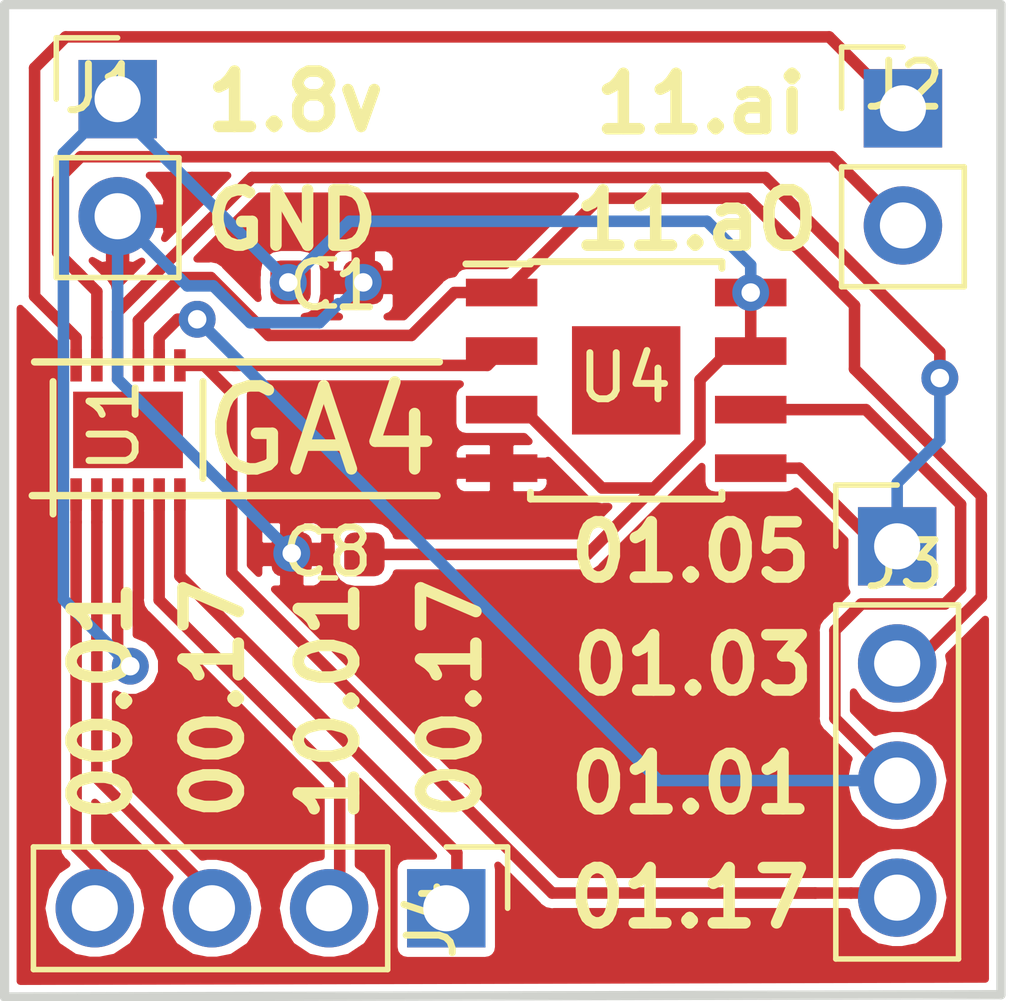
<source format=kicad_pcb>
(kicad_pcb (version 20171130) (host pcbnew 5.0.1-33cea8e~68~ubuntu14.04.1)

  (general
    (thickness 1.6)
    (drawings 19)
    (tracks 122)
    (zones 0)
    (modules 8)
    (nets 13)
  )

  (page A4)
  (layers
    (0 F.Cu signal)
    (31 B.Cu signal)
    (32 B.Adhes user)
    (33 F.Adhes user)
    (34 B.Paste user)
    (35 F.Paste user)
    (36 B.SilkS user)
    (37 F.SilkS user)
    (38 B.Mask user)
    (39 F.Mask user)
    (40 Dwgs.User user)
    (41 Cmts.User user)
    (42 Eco1.User user)
    (43 Eco2.User user)
    (44 Edge.Cuts user)
    (45 Margin user)
    (46 B.CrtYd user)
    (47 F.CrtYd user)
    (48 B.Fab user)
    (49 F.Fab user)
  )

  (setup
    (last_trace_width 0.25)
    (user_trace_width 0.16)
    (user_trace_width 0.2)
    (user_trace_width 0.5)
    (trace_clearance 0.2)
    (zone_clearance 0.16)
    (zone_45_only no)
    (trace_min 0.16)
    (segment_width 0.16)
    (edge_width 0.15)
    (via_size 0.8)
    (via_drill 0.4)
    (via_min_size 0.3)
    (via_min_drill 0.3)
    (uvia_size 0.3)
    (uvia_drill 0.1)
    (uvias_allowed no)
    (uvia_min_size 0.2)
    (uvia_min_drill 0.1)
    (pcb_text_width 0.3)
    (pcb_text_size 1.5 1.5)
    (mod_edge_width 0.15)
    (mod_text_size 1 1)
    (mod_text_width 0.15)
    (pad_size 1.524 1.524)
    (pad_drill 0.762)
    (pad_to_mask_clearance 0.051)
    (solder_mask_min_width 0.25)
    (aux_axis_origin 0 0)
    (visible_elements FFFFFF7F)
    (pcbplotparams
      (layerselection 0x010fc_ffffffff)
      (usegerberextensions true)
      (usegerberattributes false)
      (usegerberadvancedattributes false)
      (creategerberjobfile false)
      (excludeedgelayer true)
      (linewidth 0.100000)
      (plotframeref false)
      (viasonmask false)
      (mode 1)
      (useauxorigin false)
      (hpglpennumber 1)
      (hpglpenspeed 20)
      (hpglpendiameter 15.000000)
      (psnegative false)
      (psa4output false)
      (plotreference true)
      (plotvalue true)
      (plotinvisibletext false)
      (padsonsilk false)
      (subtractmaskfromsilk false)
      (outputformat 1)
      (mirror false)
      (drillshape 0)
      (scaleselection 1)
      (outputdirectory ""))
  )

  (net 0 "")
  (net 1 GND)
  (net 2 RESET)
  (net 3 11.ai)
  (net 4 11.aO)
  (net 5 01.05)
  (net 6 01.03)
  (net 7 01.01)
  (net 8 01.17)
  (net 9 10.17)
  (net 10 10.01)
  (net 11 00.17)
  (net 12 00.01)

  (net_class Default "This is the default net class."
    (clearance 0.2)
    (trace_width 0.25)
    (via_dia 0.8)
    (via_drill 0.4)
    (uvia_dia 0.3)
    (uvia_drill 0.1)
    (add_net 00.01)
    (add_net 00.17)
    (add_net 01.01)
    (add_net 01.03)
    (add_net 01.05)
    (add_net 01.17)
    (add_net 10.01)
    (add_net 10.17)
    (add_net 11.aO)
    (add_net 11.ai)
    (add_net GND)
    (add_net RESET)
  )

  (module Package_SO:SOIC-8-1EP_3.9x4.9mm_P1.27mm_EP2.35x2.35mm (layer F.Cu) (tedit 5A65EC84) (tstamp 5C9B1C3C)
    (at 146.875 99.6)
    (descr "8-Lead Thermally Enhanced Plastic Small Outline (SE) - Narrow, 3.90 mm Body [SOIC] (see Microchip Packaging Specification 00000049BS.pdf)")
    (tags "SOIC 1.27")
    (path /5C81142F)
    (attr smd)
    (fp_text reference U4 (at -0.025 -0.055) (layer F.SilkS)
      (effects (font (size 1 1) (thickness 0.15)))
    )
    (fp_text value SST25WF080B (at 1.825 0.85) (layer F.Fab)
      (effects (font (size 1 1) (thickness 0.15)))
    )
    (fp_text user %R (at 0 0) (layer F.Fab)
      (effects (font (size 0.9 0.9) (thickness 0.135)))
    )
    (fp_line (start -0.95 -2.45) (end 1.95 -2.45) (layer F.Fab) (width 0.15))
    (fp_line (start 1.95 -2.45) (end 1.95 2.45) (layer F.Fab) (width 0.15))
    (fp_line (start 1.95 2.45) (end -1.95 2.45) (layer F.Fab) (width 0.15))
    (fp_line (start -1.95 2.45) (end -1.95 -1.45) (layer F.Fab) (width 0.15))
    (fp_line (start -1.95 -1.45) (end -0.95 -2.45) (layer F.Fab) (width 0.15))
    (fp_line (start -3.75 -2.75) (end -3.75 2.75) (layer F.CrtYd) (width 0.05))
    (fp_line (start 3.75 -2.75) (end 3.75 2.75) (layer F.CrtYd) (width 0.05))
    (fp_line (start -3.75 -2.75) (end 3.75 -2.75) (layer F.CrtYd) (width 0.05))
    (fp_line (start -3.75 2.75) (end 3.75 2.75) (layer F.CrtYd) (width 0.05))
    (fp_line (start -2.075 -2.575) (end -2.075 -2.525) (layer F.SilkS) (width 0.15))
    (fp_line (start 2.075 -2.575) (end 2.075 -2.43) (layer F.SilkS) (width 0.15))
    (fp_line (start 2.075 2.575) (end 2.075 2.43) (layer F.SilkS) (width 0.15))
    (fp_line (start -2.075 2.575) (end -2.075 2.43) (layer F.SilkS) (width 0.15))
    (fp_line (start -2.075 -2.575) (end 2.075 -2.575) (layer F.SilkS) (width 0.15))
    (fp_line (start -2.075 2.575) (end 2.075 2.575) (layer F.SilkS) (width 0.15))
    (fp_line (start -2.075 -2.525) (end -3.475 -2.525) (layer F.SilkS) (width 0.15))
    (pad 1 smd rect (at -2.7 -1.905) (size 1.55 0.6) (layers F.Cu F.Paste F.Mask)
      (net 6 01.03))
    (pad 2 smd rect (at -2.7 -0.635) (size 1.55 0.6) (layers F.Cu F.Paste F.Mask)
      (net 8 01.17))
    (pad 3 smd rect (at -2.7 0.635) (size 1.55 0.6) (layers F.Cu F.Paste F.Mask)
      (net 2 RESET))
    (pad 4 smd rect (at -2.7 1.905) (size 1.55 0.6) (layers F.Cu F.Paste F.Mask)
      (net 1 GND))
    (pad 5 smd rect (at 2.7 1.905) (size 1.55 0.6) (layers F.Cu F.Paste F.Mask)
      (net 5 01.05))
    (pad 6 smd rect (at 2.7 0.635) (size 1.55 0.6) (layers F.Cu F.Paste F.Mask)
      (net 7 01.01))
    (pad 7 smd rect (at 2.7 -0.635) (size 1.55 0.6) (layers F.Cu F.Paste F.Mask)
      (net 2 RESET))
    (pad 8 smd rect (at 2.7 -1.905) (size 1.55 0.6) (layers F.Cu F.Paste F.Mask)
      (net 2 RESET))
    (pad "" smd rect (at 0.5875 0.5875) (size 0.95 0.95) (layers F.Paste))
    (pad 9 smd rect (at 0 0) (size 2.35 2.35) (layers F.Cu F.Mask))
    (pad "" smd rect (at -0.5875 0.5875) (size 0.95 0.95) (layers F.Paste))
    (pad "" smd rect (at -0.5875 -0.5875) (size 0.95 0.95) (layers F.Paste))
    (pad "" smd rect (at 0.5875 -0.5875) (size 0.95 0.95) (layers F.Paste))
    (model ${KISYS3DMOD}/Package_SO.3dshapes/SOIC-8-1EP_3.9x4.9mm_P1.27mm_EP2.35x2.35mm.wrl
      (at (xyz 0 0 0))
      (scale (xyz 1 1 1))
      (rotate (xyz 0 0 0))
    )
  )

  (module Capacitor_SMD:C_0603_1608Metric (layer F.Cu) (tedit 5B301BBE) (tstamp 5C9B1B8C)
    (at 140.3875 97.475)
    (descr "Capacitor SMD 0603 (1608 Metric), square (rectangular) end terminal, IPC_7351 nominal, (Body size source: http://www.tortai-tech.com/upload/download/2011102023233369053.pdf), generated with kicad-footprint-generator")
    (tags capacitor)
    (path /5C1B4163)
    (attr smd)
    (fp_text reference C1 (at 0.1375 0.075) (layer F.SilkS)
      (effects (font (size 1 1) (thickness 0.15)))
    )
    (fp_text value 0.1mF (at 0.2125 -0.1) (layer F.Fab)
      (effects (font (size 1 1) (thickness 0.15)))
    )
    (fp_text user %R (at 0 0) (layer F.Fab)
      (effects (font (size 0.4 0.4) (thickness 0.06)))
    )
    (fp_line (start 1.48 0.73) (end -1.48 0.73) (layer F.CrtYd) (width 0.05))
    (fp_line (start 1.48 -0.73) (end 1.48 0.73) (layer F.CrtYd) (width 0.05))
    (fp_line (start -1.48 -0.73) (end 1.48 -0.73) (layer F.CrtYd) (width 0.05))
    (fp_line (start -1.48 0.73) (end -1.48 -0.73) (layer F.CrtYd) (width 0.05))
    (fp_line (start -0.162779 0.51) (end 0.162779 0.51) (layer F.SilkS) (width 0.12))
    (fp_line (start -0.162779 -0.51) (end 0.162779 -0.51) (layer F.SilkS) (width 0.12))
    (fp_line (start 0.8 0.4) (end -0.8 0.4) (layer F.Fab) (width 0.1))
    (fp_line (start 0.8 -0.4) (end 0.8 0.4) (layer F.Fab) (width 0.1))
    (fp_line (start -0.8 -0.4) (end 0.8 -0.4) (layer F.Fab) (width 0.1))
    (fp_line (start -0.8 0.4) (end -0.8 -0.4) (layer F.Fab) (width 0.1))
    (pad 2 smd roundrect (at 0.7875 0) (size 0.875 0.95) (layers F.Cu F.Paste F.Mask) (roundrect_rratio 0.25)
      (net 1 GND))
    (pad 1 smd roundrect (at -0.7875 0) (size 0.875 0.95) (layers F.Cu F.Paste F.Mask) (roundrect_rratio 0.25)
      (net 2 RESET))
    (model ${KISYS3DMOD}/Capacitor_SMD.3dshapes/C_0603_1608Metric.wrl
      (at (xyz 0 0 0))
      (scale (xyz 1 1 1))
      (rotate (xyz 0 0 0))
    )
  )

  (module Capacitor_SMD:C_0603_1608Metric (layer F.Cu) (tedit 5B301BBE) (tstamp 5C9B1B9D)
    (at 140.4125 103.375)
    (descr "Capacitor SMD 0603 (1608 Metric), square (rectangular) end terminal, IPC_7351 nominal, (Body size source: http://www.tortai-tech.com/upload/download/2011102023233369053.pdf), generated with kicad-footprint-generator")
    (tags capacitor)
    (path /5C8430C2)
    (attr smd)
    (fp_text reference C8 (at -0.025 -0.05) (layer F.SilkS)
      (effects (font (size 1 1) (thickness 0.15)))
    )
    (fp_text value 0.1mf (at 0.15 -0.125) (layer F.Fab)
      (effects (font (size 1 1) (thickness 0.15)))
    )
    (fp_line (start -0.8 0.4) (end -0.8 -0.4) (layer F.Fab) (width 0.1))
    (fp_line (start -0.8 -0.4) (end 0.8 -0.4) (layer F.Fab) (width 0.1))
    (fp_line (start 0.8 -0.4) (end 0.8 0.4) (layer F.Fab) (width 0.1))
    (fp_line (start 0.8 0.4) (end -0.8 0.4) (layer F.Fab) (width 0.1))
    (fp_line (start -0.162779 -0.51) (end 0.162779 -0.51) (layer F.SilkS) (width 0.12))
    (fp_line (start -0.162779 0.51) (end 0.162779 0.51) (layer F.SilkS) (width 0.12))
    (fp_line (start -1.48 0.73) (end -1.48 -0.73) (layer F.CrtYd) (width 0.05))
    (fp_line (start -1.48 -0.73) (end 1.48 -0.73) (layer F.CrtYd) (width 0.05))
    (fp_line (start 1.48 -0.73) (end 1.48 0.73) (layer F.CrtYd) (width 0.05))
    (fp_line (start 1.48 0.73) (end -1.48 0.73) (layer F.CrtYd) (width 0.05))
    (fp_text user %R (at 0 0) (layer F.Fab)
      (effects (font (size 0.4 0.4) (thickness 0.06)))
    )
    (pad 1 smd roundrect (at -0.7875 0) (size 0.875 0.95) (layers F.Cu F.Paste F.Mask) (roundrect_rratio 0.25)
      (net 1 GND))
    (pad 2 smd roundrect (at 0.7875 0) (size 0.875 0.95) (layers F.Cu F.Paste F.Mask) (roundrect_rratio 0.25)
      (net 2 RESET))
    (model ${KISYS3DMOD}/Capacitor_SMD.3dshapes/C_0603_1608Metric.wrl
      (at (xyz 0 0 0))
      (scale (xyz 1 1 1))
      (rotate (xyz 0 0 0))
    )
  )

  (module Connector_PinHeader_2.54mm:PinHeader_1x02_P2.54mm_Vertical (layer F.Cu) (tedit 59FED5CC) (tstamp 5C9B1BB3)
    (at 135.85 93.5)
    (descr "Through hole straight pin header, 1x02, 2.54mm pitch, single row")
    (tags "Through hole pin header THT 1x02 2.54mm single row")
    (path /5C11CE1C)
    (fp_text reference J1 (at -0.3 -0.225) (layer F.SilkS)
      (effects (font (size 1 1) (thickness 0.15)))
    )
    (fp_text value power (at 0 4.87) (layer F.Fab)
      (effects (font (size 1 1) (thickness 0.15)))
    )
    (fp_text user %R (at 0 1.27 90) (layer F.Fab)
      (effects (font (size 1 1) (thickness 0.15)))
    )
    (fp_line (start 1.8 -1.8) (end -1.8 -1.8) (layer F.CrtYd) (width 0.05))
    (fp_line (start 1.8 4.35) (end 1.8 -1.8) (layer F.CrtYd) (width 0.05))
    (fp_line (start -1.8 4.35) (end 1.8 4.35) (layer F.CrtYd) (width 0.05))
    (fp_line (start -1.8 -1.8) (end -1.8 4.35) (layer F.CrtYd) (width 0.05))
    (fp_line (start -1.33 -1.33) (end 0 -1.33) (layer F.SilkS) (width 0.12))
    (fp_line (start -1.33 0) (end -1.33 -1.33) (layer F.SilkS) (width 0.12))
    (fp_line (start -1.33 1.27) (end 1.33 1.27) (layer F.SilkS) (width 0.12))
    (fp_line (start 1.33 1.27) (end 1.33 3.87) (layer F.SilkS) (width 0.12))
    (fp_line (start -1.33 1.27) (end -1.33 3.87) (layer F.SilkS) (width 0.12))
    (fp_line (start -1.33 3.87) (end 1.33 3.87) (layer F.SilkS) (width 0.12))
    (fp_line (start -1.27 -0.635) (end -0.635 -1.27) (layer F.Fab) (width 0.1))
    (fp_line (start -1.27 3.81) (end -1.27 -0.635) (layer F.Fab) (width 0.1))
    (fp_line (start 1.27 3.81) (end -1.27 3.81) (layer F.Fab) (width 0.1))
    (fp_line (start 1.27 -1.27) (end 1.27 3.81) (layer F.Fab) (width 0.1))
    (fp_line (start -0.635 -1.27) (end 1.27 -1.27) (layer F.Fab) (width 0.1))
    (pad 2 thru_hole oval (at 0 2.54) (size 1.7 1.7) (drill 1) (layers *.Cu *.Mask)
      (net 1 GND))
    (pad 1 thru_hole rect (at 0 0) (size 1.7 1.7) (drill 1) (layers *.Cu *.Mask)
      (net 2 RESET))
    (model ${KISYS3DMOD}/Connector_PinHeader_2.54mm.3dshapes/PinHeader_1x02_P2.54mm_Vertical.wrl
      (at (xyz 0 0 0))
      (scale (xyz 1 1 1))
      (rotate (xyz 0 0 0))
    )
  )

  (module Connector_PinHeader_2.54mm:PinHeader_1x02_P2.54mm_Vertical (layer F.Cu) (tedit 59FED5CC) (tstamp 5C9B1BC9)
    (at 152.875 93.7)
    (descr "Through hole straight pin header, 1x02, 2.54mm pitch, single row")
    (tags "Through hole pin header THT 1x02 2.54mm single row")
    (path /5C11C9ED)
    (fp_text reference J2 (at 0.025 -0.5) (layer F.SilkS)
      (effects (font (size 1 1) (thickness 0.15)))
    )
    (fp_text value analog (at 0 4.87) (layer F.Fab)
      (effects (font (size 1 1) (thickness 0.15)))
    )
    (fp_line (start -0.635 -1.27) (end 1.27 -1.27) (layer F.Fab) (width 0.1))
    (fp_line (start 1.27 -1.27) (end 1.27 3.81) (layer F.Fab) (width 0.1))
    (fp_line (start 1.27 3.81) (end -1.27 3.81) (layer F.Fab) (width 0.1))
    (fp_line (start -1.27 3.81) (end -1.27 -0.635) (layer F.Fab) (width 0.1))
    (fp_line (start -1.27 -0.635) (end -0.635 -1.27) (layer F.Fab) (width 0.1))
    (fp_line (start -1.33 3.87) (end 1.33 3.87) (layer F.SilkS) (width 0.12))
    (fp_line (start -1.33 1.27) (end -1.33 3.87) (layer F.SilkS) (width 0.12))
    (fp_line (start 1.33 1.27) (end 1.33 3.87) (layer F.SilkS) (width 0.12))
    (fp_line (start -1.33 1.27) (end 1.33 1.27) (layer F.SilkS) (width 0.12))
    (fp_line (start -1.33 0) (end -1.33 -1.33) (layer F.SilkS) (width 0.12))
    (fp_line (start -1.33 -1.33) (end 0 -1.33) (layer F.SilkS) (width 0.12))
    (fp_line (start -1.8 -1.8) (end -1.8 4.35) (layer F.CrtYd) (width 0.05))
    (fp_line (start -1.8 4.35) (end 1.8 4.35) (layer F.CrtYd) (width 0.05))
    (fp_line (start 1.8 4.35) (end 1.8 -1.8) (layer F.CrtYd) (width 0.05))
    (fp_line (start 1.8 -1.8) (end -1.8 -1.8) (layer F.CrtYd) (width 0.05))
    (fp_text user %R (at 0 1.27 90) (layer F.Fab)
      (effects (font (size 1 1) (thickness 0.15)))
    )
    (pad 1 thru_hole rect (at 0 0) (size 1.7 1.7) (drill 1) (layers *.Cu *.Mask)
      (net 3 11.ai))
    (pad 2 thru_hole oval (at 0 2.54) (size 1.7 1.7) (drill 1) (layers *.Cu *.Mask)
      (net 4 11.aO))
    (model ${KISYS3DMOD}/Connector_PinHeader_2.54mm.3dshapes/PinHeader_1x02_P2.54mm_Vertical.wrl
      (at (xyz 0 0 0))
      (scale (xyz 1 1 1))
      (rotate (xyz 0 0 0))
    )
  )

  (module greenarrays:GA4-DFN12 (layer F.Cu) (tedit 5BF58F95) (tstamp 5C9B1C1A)
    (at 136.075 100.675 90)
    (descr "DD Package; 12-Lead Plastic DFN (3mm x 3mm) (see Linear Technology DFN_12_05-08-1725.pdf)")
    (tags "DFN 0.45, GA4")
    (path /5C0B76D3)
    (attr smd)
    (fp_text reference U1 (at 0.1 -0.3 90) (layer F.SilkS)
      (effects (font (size 1 1) (thickness 0.15)))
    )
    (fp_text value GA4 (at 0 0.2 180) (layer F.Fab)
      (effects (font (size 1 1) (thickness 0.15)))
    )
    (fp_text user %R (at 0 0 90) (layer F.Fab)
      (effects (font (size 0.7 0.7) (thickness 0.105)))
    )
    (fp_line (start -0.5 -1.5) (end 1.5 -1.5) (layer F.Fab) (width 0.15))
    (fp_line (start 1.5 -1.5) (end 1.5 1.5) (layer F.Fab) (width 0.15))
    (fp_line (start 1.5 1.5) (end -1.5 1.5) (layer F.Fab) (width 0.15))
    (fp_line (start -1.5 1.5) (end -1.5 -0.5) (layer F.Fab) (width 0.15))
    (fp_line (start -1.5 -0.5) (end -0.5 -1.5) (layer F.Fab) (width 0.15))
    (fp_line (start -2 -1.8) (end -2 1.8) (layer F.CrtYd) (width 0.05))
    (fp_line (start 2 -1.8) (end 2 1.8) (layer F.CrtYd) (width 0.05))
    (fp_line (start -2 -1.8) (end 2 -1.8) (layer F.CrtYd) (width 0.05))
    (fp_line (start -2 1.8) (end 2 1.8) (layer F.CrtYd) (width 0.05))
    (fp_line (start -1.05 1.625) (end 1.05 1.625) (layer F.SilkS) (width 0.15))
    (fp_line (start -1.825 -1.625) (end 1.05 -1.625) (layer F.SilkS) (width 0.15))
    (pad 1 smd rect (at -1.4 -1.125 90) (size 0.7 0.25) (layers F.Cu F.Paste F.Mask)
      (net 9 10.17))
    (pad 2 smd rect (at -1.4 -0.675 90) (size 0.7 0.25) (layers F.Cu F.Paste F.Mask)
      (net 10 10.01))
    (pad 3 smd rect (at -1.4 -0.225 90) (size 0.7 0.25) (layers F.Cu F.Paste F.Mask)
      (net 2 RESET))
    (pad 4 smd rect (at -1.4 0.225 90) (size 0.7 0.25) (layers F.Cu F.Paste F.Mask)
      (net 1 GND))
    (pad 5 smd rect (at -1.4 0.675 90) (size 0.7 0.25) (layers F.Cu F.Paste F.Mask)
      (net 11 00.17))
    (pad 6 smd rect (at -1.4 1.125 90) (size 0.7 0.25) (layers F.Cu F.Paste F.Mask)
      (net 12 00.01))
    (pad 7 smd rect (at 1.4 1.125 90) (size 0.7 0.25) (layers F.Cu F.Paste F.Mask)
      (net 8 01.17))
    (pad 8 smd rect (at 1.4 0.675 90) (size 0.7 0.25) (layers F.Cu F.Paste F.Mask)
      (net 7 01.01))
    (pad 9 smd rect (at 1.4 0.225 90) (size 0.7 0.25) (layers F.Cu F.Paste F.Mask)
      (net 6 01.03))
    (pad 10 smd rect (at 1.4 -0.225 90) (size 0.7 0.25) (layers F.Cu F.Paste F.Mask)
      (net 5 01.05))
    (pad 11 smd rect (at 1.4 -0.675 90) (size 0.7 0.25) (layers F.Cu F.Paste F.Mask)
      (net 4 11.aO))
    (pad 12 smd rect (at 1.4 -1.125 90) (size 0.7 0.25) (layers F.Cu F.Paste F.Mask)
      (net 3 11.ai))
    (pad "" smd rect (at 0.415 0.595 90) (size 0.64 1) (layers F.Paste))
    (pad 13 smd rect (at 0 0 90) (size 1.66 2.38) (layers F.Cu F.Mask))
    (pad "" smd rect (at -0.415 0.595 90) (size 0.64 1) (layers F.Paste))
    (pad "" smd rect (at 0.415 -0.595 90) (size 0.64 1) (layers F.Paste))
    (pad "" smd rect (at -0.415 -0.595 90) (size 0.64 1) (layers F.Paste))
    (model ${KISYS3DMOD}/Package_DFN_QFN.3dshapes/DFN-12-1EP_3x3mm_P0.45mm_EP1.66x2.38mm.wrl
      (at (xyz 0 0 0))
      (scale (xyz 1 1 1))
      (rotate (xyz 0 0 0))
    )
  )

  (module Connector_PinHeader_2.54mm:PinHeader_1x04_P2.54mm_Vertical (layer F.Cu) (tedit 59FED5CC) (tstamp 5C9C3AA6)
    (at 152.75 103.2)
    (descr "Through hole straight pin header, 1x04, 2.54mm pitch, single row")
    (tags "Through hole pin header THT 1x04 2.54mm single row")
    (path /5C11C803)
    (fp_text reference J3 (at 0.15 0.4) (layer F.SilkS)
      (effects (font (size 1 1) (thickness 0.15)))
    )
    (fp_text value Conn_01x04_Male (at 0.25 2.8 90) (layer F.Fab)
      (effects (font (size 1 1) (thickness 0.15)))
    )
    (fp_line (start -0.635 -1.27) (end 1.27 -1.27) (layer F.Fab) (width 0.1))
    (fp_line (start 1.27 -1.27) (end 1.27 8.89) (layer F.Fab) (width 0.1))
    (fp_line (start 1.27 8.89) (end -1.27 8.89) (layer F.Fab) (width 0.1))
    (fp_line (start -1.27 8.89) (end -1.27 -0.635) (layer F.Fab) (width 0.1))
    (fp_line (start -1.27 -0.635) (end -0.635 -1.27) (layer F.Fab) (width 0.1))
    (fp_line (start -1.33 8.95) (end 1.33 8.95) (layer F.SilkS) (width 0.12))
    (fp_line (start -1.33 1.27) (end -1.33 8.95) (layer F.SilkS) (width 0.12))
    (fp_line (start 1.33 1.27) (end 1.33 8.95) (layer F.SilkS) (width 0.12))
    (fp_line (start -1.33 1.27) (end 1.33 1.27) (layer F.SilkS) (width 0.12))
    (fp_line (start -1.33 0) (end -1.33 -1.33) (layer F.SilkS) (width 0.12))
    (fp_line (start -1.33 -1.33) (end 0 -1.33) (layer F.SilkS) (width 0.12))
    (fp_line (start -1.8 -1.8) (end -1.8 9.4) (layer F.CrtYd) (width 0.05))
    (fp_line (start -1.8 9.4) (end 1.8 9.4) (layer F.CrtYd) (width 0.05))
    (fp_line (start 1.8 9.4) (end 1.8 -1.8) (layer F.CrtYd) (width 0.05))
    (fp_line (start 1.8 -1.8) (end -1.8 -1.8) (layer F.CrtYd) (width 0.05))
    (fp_text user %R (at 0 3.81 90) (layer F.Fab)
      (effects (font (size 1 1) (thickness 0.15)))
    )
    (pad 1 thru_hole rect (at 0 0) (size 1.7 1.7) (drill 1) (layers *.Cu *.Mask)
      (net 5 01.05))
    (pad 2 thru_hole oval (at 0 2.54) (size 1.7 1.7) (drill 1) (layers *.Cu *.Mask)
      (net 6 01.03))
    (pad 3 thru_hole oval (at 0 5.08) (size 1.7 1.7) (drill 1) (layers *.Cu *.Mask)
      (net 7 01.01))
    (pad 4 thru_hole oval (at 0 7.62) (size 1.7 1.7) (drill 1) (layers *.Cu *.Mask)
      (net 8 01.17))
    (model ${KISYS3DMOD}/Connector_PinHeader_2.54mm.3dshapes/PinHeader_1x04_P2.54mm_Vertical.wrl
      (at (xyz 0 0 0))
      (scale (xyz 1 1 1))
      (rotate (xyz 0 0 0))
    )
  )

  (module Connector_PinHeader_2.54mm:PinHeader_1x04_P2.54mm_Vertical (layer F.Cu) (tedit 59FED5CC) (tstamp 5C9C3ABE)
    (at 142.975 111.05 270)
    (descr "Through hole straight pin header, 1x04, 2.54mm pitch, single row")
    (tags "Through hole pin header THT 1x04 2.54mm single row")
    (path /5C1B2C67)
    (fp_text reference J4 (at 0.25 0.325 270) (layer F.SilkS)
      (effects (font (size 1 1) (thickness 0.15)))
    )
    (fp_text value Conn_01x04_Male (at -0.2 2.275) (layer F.Fab)
      (effects (font (size 1 1) (thickness 0.15)))
    )
    (fp_text user %R (at 0 3.81) (layer F.Fab)
      (effects (font (size 1 1) (thickness 0.15)))
    )
    (fp_line (start 1.8 -1.8) (end -1.8 -1.8) (layer F.CrtYd) (width 0.05))
    (fp_line (start 1.8 9.4) (end 1.8 -1.8) (layer F.CrtYd) (width 0.05))
    (fp_line (start -1.8 9.4) (end 1.8 9.4) (layer F.CrtYd) (width 0.05))
    (fp_line (start -1.8 -1.8) (end -1.8 9.4) (layer F.CrtYd) (width 0.05))
    (fp_line (start -1.33 -1.33) (end 0 -1.33) (layer F.SilkS) (width 0.12))
    (fp_line (start -1.33 0) (end -1.33 -1.33) (layer F.SilkS) (width 0.12))
    (fp_line (start -1.33 1.27) (end 1.33 1.27) (layer F.SilkS) (width 0.12))
    (fp_line (start 1.33 1.27) (end 1.33 8.95) (layer F.SilkS) (width 0.12))
    (fp_line (start -1.33 1.27) (end -1.33 8.95) (layer F.SilkS) (width 0.12))
    (fp_line (start -1.33 8.95) (end 1.33 8.95) (layer F.SilkS) (width 0.12))
    (fp_line (start -1.27 -0.635) (end -0.635 -1.27) (layer F.Fab) (width 0.1))
    (fp_line (start -1.27 8.89) (end -1.27 -0.635) (layer F.Fab) (width 0.1))
    (fp_line (start 1.27 8.89) (end -1.27 8.89) (layer F.Fab) (width 0.1))
    (fp_line (start 1.27 -1.27) (end 1.27 8.89) (layer F.Fab) (width 0.1))
    (fp_line (start -0.635 -1.27) (end 1.27 -1.27) (layer F.Fab) (width 0.1))
    (pad 4 thru_hole oval (at 0 7.62 270) (size 1.7 1.7) (drill 1) (layers *.Cu *.Mask)
      (net 9 10.17))
    (pad 3 thru_hole oval (at 0 5.08 270) (size 1.7 1.7) (drill 1) (layers *.Cu *.Mask)
      (net 10 10.01))
    (pad 2 thru_hole oval (at 0 2.54 270) (size 1.7 1.7) (drill 1) (layers *.Cu *.Mask)
      (net 11 00.17))
    (pad 1 thru_hole rect (at 0 0 270) (size 1.7 1.7) (drill 1) (layers *.Cu *.Mask)
      (net 12 00.01))
    (model ${KISYS3DMOD}/Connector_PinHeader_2.54mm.3dshapes/PinHeader_1x04_P2.54mm_Vertical.wrl
      (at (xyz 0 0 0))
      (scale (xyz 1 1 1))
      (rotate (xyz 0 0 0))
    )
  )

  (gr_line (start 134.05 99.2) (end 142.825 99.2) (layer F.SilkS) (width 0.16) (tstamp 5C9C5610))
  (gr_line (start 134 102.1) (end 142.775 102.1) (layer F.SilkS) (width 0.16))
  (gr_text GA4 (at 140.275 100.7) (layer F.SilkS) (tstamp 5C9C55D5)
    (effects (font (size 1.8 1.8) (thickness 0.25)))
  )
  (gr_text 00.01 (at 135.5 106.55 90) (layer F.SilkS)
    (effects (font (size 1.2 1.2) (thickness 0.25)))
  )
  (gr_line (start 133.4 112.975) (end 133.4 91.5) (layer Edge.Cuts) (width 0.2))
  (gr_line (start 155 112.925) (end 133.4 112.975) (layer Edge.Cuts) (width 0.2))
  (gr_line (start 155 91.45) (end 155 112.925) (layer Edge.Cuts) (width 0.2))
  (gr_line (start 133.4 91.45) (end 155 91.45) (layer Edge.Cuts) (width 0.2))
  (gr_text 11.aO (at 148.4 96.125) (layer F.SilkS) (tstamp 5C9C367A)
    (effects (font (size 1.2 1.2) (thickness 0.25)))
  )
  (gr_text 11.ai (at 148.5 93.6) (layer F.SilkS) (tstamp 5C9C367A)
    (effects (font (size 1.2 1.2) (thickness 0.25)))
  )
  (gr_text GND (at 139.625 96.125) (layer F.SilkS) (tstamp 5C9C35CB)
    (effects (font (size 1.2 1.2) (thickness 0.25)))
  )
  (gr_text 1.8v (at 139.7 93.55) (layer F.SilkS) (tstamp 5C9C35C4)
    (effects (font (size 1.2 1.2) (thickness 0.25)))
  )
  (gr_text 01.05 (at 148.275 103.325) (layer F.SilkS) (tstamp 5C9C33D8)
    (effects (font (size 1.2 1.2) (thickness 0.25)))
  )
  (gr_text 01.03 (at 148.325 105.775) (layer F.SilkS) (tstamp 5C9C33D8)
    (effects (font (size 1.2 1.2) (thickness 0.25)))
  )
  (gr_text 01.01 (at 148.275 108.35) (layer F.SilkS) (tstamp 5C9C33D8)
    (effects (font (size 1.2 1.2) (thickness 0.25)))
  )
  (gr_text 01.17 (at 148.25 110.825) (layer F.SilkS) (tstamp 5C9C33D2)
    (effects (font (size 1.2 1.2) (thickness 0.25)))
  )
  (gr_text 00.17 (at 143.075 106.5 90) (layer F.SilkS) (tstamp 5C9C3087)
    (effects (font (size 1.2 1.2) (thickness 0.25)))
  )
  (gr_text 10.01 (at 140.425 106.55 90) (layer F.SilkS) (tstamp 5C9C3087)
    (effects (font (size 1.2 1.2) (thickness 0.25)))
  )
  (gr_text 00.17 (at 137.925 106.5 90) (layer F.SilkS) (tstamp 5C9C3087)
    (effects (font (size 1.2 1.2) (thickness 0.25)))
  )

  (via (at 139.625 103.35) (size 0.8) (drill 0.4) (layers F.Cu B.Cu) (net 1))
  (via (at 139.55 97.475) (size 0.8) (drill 0.4) (layers F.Cu B.Cu) (net 2))
  (via (at 141.175 97.475) (size 0.8) (drill 0.4) (layers F.Cu B.Cu) (net 1))
  (segment (start 135.85 99.575) (end 139.625 103.35) (width 0.25) (layer B.Cu) (net 1))
  (segment (start 135.85 96.04) (end 135.85 99.575) (width 0.25) (layer B.Cu) (net 1))
  (segment (start 140.713388 97.936612) (end 140.638388 97.936612) (width 0.25) (layer B.Cu) (net 1))
  (segment (start 141.175 97.475) (end 140.713388 97.936612) (width 0.25) (layer B.Cu) (net 1))
  (segment (start 140.638388 97.936612) (end 140.225 98.35) (width 0.25) (layer B.Cu) (net 1))
  (segment (start 137.922841 97.550159) (end 137.360159 97.550159) (width 0.25) (layer B.Cu) (net 1))
  (segment (start 138.722682 98.35) (end 137.922841 97.550159) (width 0.25) (layer B.Cu) (net 1))
  (segment (start 140.225 98.35) (end 138.722682 98.35) (width 0.25) (layer B.Cu) (net 1))
  (segment (start 137.360159 97.550159) (end 135.85 96.04) (width 0.25) (layer B.Cu) (net 1))
  (segment (start 135.4 98.675) (end 135.4 99.275) (width 0.25) (layer F.Cu) (net 4))
  (segment (start 135.4 98.675) (end 135.4 97.675) (width 0.25) (layer F.Cu) (net 4))
  (segment (start 135.05 97.325) (end 134.925 97.2) (width 0.25) (layer F.Cu) (net 4))
  (segment (start 135.4 97.675) (end 135.05 97.325) (width 0.25) (layer F.Cu) (net 4))
  (via (at 153.67516 99.54984) (size 0.8) (drill 0.4) (layers F.Cu B.Cu) (net 5))
  (segment (start 149.575 97.695) (end 149.575 97.695) (width 0.25) (layer F.Cu) (net 2))
  (via (at 136.125 105.8) (size 0.8) (drill 0.4) (layers F.Cu B.Cu) (net 2))
  (segment (start 135.85 105.525) (end 136.125 105.8) (width 0.25) (layer F.Cu) (net 2))
  (segment (start 135.85 102.075) (end 135.85 105.525) (width 0.25) (layer F.Cu) (net 2))
  (segment (start 149.575 97.695) (end 149.575 98.965) (width 0.25) (layer F.Cu) (net 2) (tstamp 5C9C5592))
  (via (at 149.575 97.695) (size 0.8) (drill 0.4) (layers F.Cu B.Cu) (net 2))
  (segment (start 140.875 96.15) (end 139.55 97.475) (width 0.25) (layer B.Cu) (net 2))
  (segment (start 148.625 96.15) (end 140.875 96.15) (width 0.25) (layer B.Cu) (net 2))
  (segment (start 149.575 97.1) (end 148.625 96.15) (width 0.25) (layer B.Cu) (net 2))
  (segment (start 149.575 97.695) (end 149.575 97.1) (width 0.25) (layer B.Cu) (net 2))
  (segment (start 148.474999 99.590001) (end 149.1 98.965) (width 0.25) (layer F.Cu) (net 2))
  (segment (start 148.474999 100.935003) (end 148.474999 99.590001) (width 0.25) (layer F.Cu) (net 2))
  (segment (start 149.1 98.965) (end 149.575 98.965) (width 0.25) (layer F.Cu) (net 2))
  (segment (start 148.160002 101.25) (end 148.474999 100.935003) (width 0.25) (layer F.Cu) (net 2))
  (segment (start 141.2 103.375) (end 146.035002 103.375) (width 0.25) (layer F.Cu) (net 2))
  (segment (start 147.910002 101.5) (end 148.160002 101.25) (width 0.25) (layer F.Cu) (net 2))
  (segment (start 139.55 97.45) (end 139.55 97.475) (width 0.25) (layer B.Cu) (net 2))
  (segment (start 135.85 93.75) (end 139.55 97.45) (width 0.25) (layer B.Cu) (net 2))
  (segment (start 135.85 93.5) (end 135.85 93.75) (width 0.25) (layer B.Cu) (net 2))
  (segment (start 134.675 104.35) (end 136.125 105.8) (width 0.25) (layer B.Cu) (net 2))
  (segment (start 134.675 94.675) (end 134.675 104.35) (width 0.25) (layer B.Cu) (net 2))
  (segment (start 135.85 93.5) (end 134.675 94.675) (width 0.25) (layer B.Cu) (net 2))
  (segment (start 146.350002 101.935002) (end 147.475 101.935002) (width 0.25) (layer F.Cu) (net 2))
  (segment (start 144.65 100.235) (end 146.350002 101.935002) (width 0.25) (layer F.Cu) (net 2))
  (segment (start 144.175 100.235) (end 144.65 100.235) (width 0.25) (layer F.Cu) (net 2))
  (segment (start 147.475 101.935002) (end 148.160002 101.25) (width 0.25) (layer F.Cu) (net 2))
  (segment (start 146.035002 103.375) (end 147.475 101.935002) (width 0.25) (layer F.Cu) (net 2))
  (segment (start 134.95 98.675) (end 134.95 99.275) (width 0.25) (layer F.Cu) (net 3))
  (segment (start 134.05 97.775) (end 134.95 98.675) (width 0.25) (layer F.Cu) (net 3))
  (segment (start 134.05 92.825) (end 134.05 97.775) (width 0.25) (layer F.Cu) (net 3))
  (segment (start 134.725 92.15) (end 134.05 92.825) (width 0.25) (layer F.Cu) (net 3))
  (segment (start 151.275 92.15) (end 134.725 92.15) (width 0.25) (layer F.Cu) (net 3))
  (segment (start 152.775 93.65) (end 151.275 92.15) (width 0.25) (layer F.Cu) (net 3))
  (segment (start 134.55 96.825) (end 135.05 97.325) (width 0.25) (layer F.Cu) (net 4))
  (segment (start 151.334978 94.749978) (end 135.050022 94.749978) (width 0.25) (layer F.Cu) (net 4))
  (segment (start 134.55 95.25) (end 134.55 96.825) (width 0.25) (layer F.Cu) (net 4))
  (segment (start 135.050022 94.749978) (end 134.55 95.25) (width 0.25) (layer F.Cu) (net 4))
  (segment (start 152.775 96.19) (end 151.334978 94.749978) (width 0.25) (layer F.Cu) (net 4))
  (segment (start 152.325 103.2) (end 152.75 103.2) (width 0.25) (layer F.Cu) (net 5))
  (segment (start 150.63 101.505) (end 152.325 103.2) (width 0.25) (layer F.Cu) (net 5))
  (segment (start 149.575 101.505) (end 150.63 101.505) (width 0.25) (layer F.Cu) (net 5))
  (segment (start 153.67516 100.89984) (end 153.67516 99.54984) (width 0.25) (layer B.Cu) (net 5))
  (segment (start 152.75 101.825) (end 153.67516 100.89984) (width 0.25) (layer B.Cu) (net 5))
  (segment (start 152.75 103.2) (end 152.75 101.825) (width 0.25) (layer B.Cu) (net 5))
  (segment (start 149.890994 95.199989) (end 153.67516 98.984155) (width 0.25) (layer F.Cu) (net 5))
  (segment (start 135.85 99.275) (end 135.85 98.113589) (width 0.25) (layer F.Cu) (net 5))
  (segment (start 138.7636 95.199989) (end 149.890994 95.199989) (width 0.25) (layer F.Cu) (net 5))
  (segment (start 135.85 98.113589) (end 138.7636 95.199989) (width 0.25) (layer F.Cu) (net 5))
  (segment (start 153.67516 98.984155) (end 153.67516 99.54984) (width 0.25) (layer F.Cu) (net 5))
  (segment (start 136.3 98.3) (end 136.3 99.275) (width 0.25) (layer F.Cu) (net 6))
  (segment (start 137.870057 97.370057) (end 137.229943 97.370057) (width 0.25) (layer F.Cu) (net 6))
  (segment (start 137.229943 97.370057) (end 136.3 98.3) (width 0.25) (layer F.Cu) (net 6))
  (segment (start 139.125 98.625) (end 137.870057 97.370057) (width 0.25) (layer F.Cu) (net 6))
  (segment (start 142.22 98.625) (end 139.125 98.625) (width 0.25) (layer F.Cu) (net 6))
  (segment (start 143.15 97.695) (end 142.22 98.625) (width 0.25) (layer F.Cu) (net 6))
  (segment (start 144.175 97.695) (end 143.15 97.695) (width 0.25) (layer F.Cu) (net 6))
  (segment (start 153.231413 105.64) (end 152.95 105.64) (width 0.25) (layer F.Cu) (net 6))
  (segment (start 154.57499 104.296423) (end 153.231413 105.64) (width 0.25) (layer F.Cu) (net 6))
  (segment (start 154.57499 102.103577) (end 154.57499 104.296423) (width 0.25) (layer F.Cu) (net 6))
  (segment (start 151.825 99.353587) (end 154.57499 102.103577) (width 0.25) (layer F.Cu) (net 6))
  (segment (start 151.825 97.975) (end 151.825 99.353587) (width 0.25) (layer F.Cu) (net 6))
  (segment (start 149.5 95.65) (end 151.825 97.975) (width 0.25) (layer F.Cu) (net 6))
  (segment (start 146.3 95.65) (end 149.5 95.65) (width 0.25) (layer F.Cu) (net 6))
  (segment (start 144.255 97.695) (end 146.3 95.65) (width 0.25) (layer F.Cu) (net 6))
  (segment (start 144.175 97.695) (end 144.255 97.695) (width 0.25) (layer F.Cu) (net 6))
  (segment (start 136.75 98.675) (end 137.14984 98.27516) (width 0.25) (layer F.Cu) (net 7))
  (segment (start 136.75 99.275) (end 136.75 98.675) (width 0.25) (layer F.Cu) (net 7))
  (segment (start 147.57968 108.28) (end 137.974839 98.675159) (width 0.25) (layer B.Cu) (net 7))
  (segment (start 137.14984 98.27516) (end 137.57484 98.27516) (width 0.25) (layer F.Cu) (net 7))
  (via (at 137.57484 98.27516) (size 0.8) (drill 0.4) (layers F.Cu B.Cu) (net 7))
  (segment (start 137.974839 98.675159) (end 137.57484 98.27516) (width 0.25) (layer B.Cu) (net 7))
  (segment (start 152.75 108.28) (end 147.57968 108.28) (width 0.25) (layer B.Cu) (net 7))
  (segment (start 151.4 106.93) (end 152.75 108.28) (width 0.25) (layer F.Cu) (net 7))
  (segment (start 151.4 105.025) (end 151.4 106.93) (width 0.25) (layer F.Cu) (net 7))
  (segment (start 151.975 104.45) (end 151.4 105.025) (width 0.25) (layer F.Cu) (net 7))
  (segment (start 153.785002 104.45) (end 151.975 104.45) (width 0.25) (layer F.Cu) (net 7))
  (segment (start 154.124979 104.110023) (end 153.785002 104.45) (width 0.25) (layer F.Cu) (net 7))
  (segment (start 154.124979 102.289977) (end 154.124979 104.110023) (width 0.25) (layer F.Cu) (net 7))
  (segment (start 152.070002 100.235) (end 154.124979 102.289977) (width 0.25) (layer F.Cu) (net 7))
  (segment (start 149.575 100.235) (end 152.070002 100.235) (width 0.25) (layer F.Cu) (net 7))
  (segment (start 151.747919 110.72) (end 152.95 110.72) (width 0.25) (layer F.Cu) (net 8))
  (segment (start 143.865 99.275) (end 144.175 98.965) (width 0.25) (layer F.Cu) (net 8))
  (segment (start 138.375 99.275) (end 143.865 99.275) (width 0.25) (layer F.Cu) (net 8))
  (segment (start 150.975 110.72) (end 151.747919 110.72) (width 0.25) (layer F.Cu) (net 8))
  (segment (start 150.454998 110.72) (end 150.975 110.72) (width 0.25) (layer F.Cu) (net 8))
  (segment (start 138.375 99.275) (end 138.425 99.275) (width 0.25) (layer F.Cu) (net 8))
  (segment (start 137.2 99.275) (end 137.725 99.275) (width 0.25) (layer F.Cu) (net 8))
  (segment (start 137.725 99.275) (end 138.375 99.275) (width 0.25) (layer F.Cu) (net 8))
  (segment (start 145.27 110.72) (end 150.975 110.72) (width 0.25) (layer F.Cu) (net 8))
  (segment (start 138.325 103.775) (end 145.27 110.72) (width 0.25) (layer F.Cu) (net 8))
  (segment (start 138.325 99.875) (end 138.325 103.775) (width 0.25) (layer F.Cu) (net 8))
  (segment (start 137.725 99.275) (end 138.325 99.875) (width 0.25) (layer F.Cu) (net 8))
  (segment (start 134.95 102.675) (end 134.95 102.075) (width 0.25) (layer F.Cu) (net 9))
  (segment (start 134.95 109.725) (end 134.95 102.675) (width 0.25) (layer F.Cu) (net 9))
  (segment (start 135.585 110.36) (end 134.95 109.725) (width 0.25) (layer F.Cu) (net 9))
  (segment (start 135.585 110.95) (end 135.585 110.36) (width 0.25) (layer F.Cu) (net 9))
  (segment (start 135.4 102.675) (end 135.4 102.075) (width 0.25) (layer F.Cu) (net 10))
  (segment (start 138.125 110.95) (end 135.4 108.225) (width 0.25) (layer F.Cu) (net 10))
  (segment (start 135.4 108.225) (end 135.4 102.675) (width 0.25) (layer F.Cu) (net 10))
  (segment (start 136.75 104.362291) (end 136.75 102.075) (width 0.25) (layer F.Cu) (net 11))
  (segment (start 140.665 108.277291) (end 136.75 104.362291) (width 0.25) (layer F.Cu) (net 11))
  (segment (start 140.665 110.95) (end 140.665 108.277291) (width 0.25) (layer F.Cu) (net 11))
  (segment (start 137.2 103.845) (end 137.2 102.075) (width 0.25) (layer F.Cu) (net 12))
  (segment (start 143.205 109.85) (end 137.2 103.845) (width 0.25) (layer F.Cu) (net 12))
  (segment (start 143.205 110.95) (end 143.205 109.85) (width 0.25) (layer F.Cu) (net 12))

  (zone (net 1) (net_name GND) (layer F.Cu) (tstamp 5C9C5982) (hatch edge 0.508)
    (connect_pads (clearance 0.16))
    (min_thickness 0.16)
    (fill yes (arc_segments 16) (thermal_gap 0.2) (thermal_bridge_width 0.508))
    (polygon
      (pts
        (xy 133.4 91.475) (xy 155 91.425) (xy 154.975 112.9) (xy 133.4 112.95)
      )
    )
    (filled_polygon
      (pts
        (xy 133.758013 98.066988) (xy 133.791826 98.089581) (xy 134.545 98.842757) (xy 134.545 98.897423) (xy 134.539515 98.925)
        (xy 134.539515 99.625) (xy 134.561246 99.73425) (xy 134.607712 99.803791) (xy 134.599515 99.845) (xy 134.599515 101.505)
        (xy 134.607712 101.546209) (xy 134.561246 101.61575) (xy 134.539515 101.725) (xy 134.539515 102.425) (xy 134.545 102.452577)
        (xy 134.545 102.714886) (xy 134.545001 102.714891) (xy 134.545 109.685117) (xy 134.537067 109.725) (xy 134.545 109.764883)
        (xy 134.545 109.764886) (xy 134.568499 109.883022) (xy 134.658012 110.016988) (xy 134.691828 110.039584) (xy 134.748473 110.096228)
        (xy 134.540315 110.235315) (xy 134.290563 110.609096) (xy 134.202862 111.05) (xy 134.290563 111.490904) (xy 134.540315 111.864685)
        (xy 134.914096 112.114437) (xy 135.243704 112.18) (xy 135.466296 112.18) (xy 135.795904 112.114437) (xy 136.169685 111.864685)
        (xy 136.419437 111.490904) (xy 136.507138 111.05) (xy 136.419437 110.609096) (xy 136.169685 110.235315) (xy 135.795904 109.985563)
        (xy 135.780194 109.982438) (xy 135.355 109.557245) (xy 135.355 108.752755) (xy 136.983081 110.380837) (xy 136.830563 110.609096)
        (xy 136.742862 111.05) (xy 136.830563 111.490904) (xy 137.080315 111.864685) (xy 137.454096 112.114437) (xy 137.783704 112.18)
        (xy 138.006296 112.18) (xy 138.335904 112.114437) (xy 138.709685 111.864685) (xy 138.959437 111.490904) (xy 139.047138 111.05)
        (xy 138.959437 110.609096) (xy 138.709685 110.235315) (xy 138.335904 109.985563) (xy 138.006296 109.92) (xy 137.783704 109.92)
        (xy 137.686993 109.939237) (xy 135.805 108.057245) (xy 135.805 106.403478) (xy 135.98974 106.48) (xy 136.26026 106.48)
        (xy 136.510189 106.376476) (xy 136.701476 106.185189) (xy 136.805 105.93526) (xy 136.805 105.66474) (xy 136.701476 105.414811)
        (xy 136.510189 105.223524) (xy 136.26026 105.12) (xy 136.255 105.12) (xy 136.255 102.452575) (xy 136.260485 102.425)
        (xy 136.260485 101.881) (xy 136.339515 101.881) (xy 136.339515 102.425) (xy 136.345001 102.452579) (xy 136.345 104.322408)
        (xy 136.337067 104.362291) (xy 136.345 104.402174) (xy 136.345 104.402177) (xy 136.368499 104.520313) (xy 136.458012 104.654279)
        (xy 136.491829 104.676875) (xy 140.260001 108.445048) (xy 140.26 109.932671) (xy 139.994096 109.985563) (xy 139.620315 110.235315)
        (xy 139.370563 110.609096) (xy 139.282862 111.05) (xy 139.370563 111.490904) (xy 139.620315 111.864685) (xy 139.994096 112.114437)
        (xy 140.323704 112.18) (xy 140.546296 112.18) (xy 140.875904 112.114437) (xy 141.249685 111.864685) (xy 141.499437 111.490904)
        (xy 141.587138 111.05) (xy 141.499437 110.609096) (xy 141.249685 110.235315) (xy 141.07 110.115254) (xy 141.07 108.317173)
        (xy 141.07488 108.292637) (xy 142.696758 109.914515) (xy 142.125 109.914515) (xy 142.01575 109.936246) (xy 141.923132 109.998132)
        (xy 141.861246 110.09075) (xy 141.839515 110.2) (xy 141.839515 111.9) (xy 141.861246 112.00925) (xy 141.923132 112.101868)
        (xy 142.01575 112.163754) (xy 142.125 112.185485) (xy 143.825 112.185485) (xy 143.93425 112.163754) (xy 144.026868 112.101868)
        (xy 144.088754 112.00925) (xy 144.110485 111.9) (xy 144.110485 110.2) (xy 144.093909 110.116666) (xy 144.95542 110.978177)
        (xy 144.978012 111.011988) (xy 145.011823 111.03458) (xy 145.011825 111.034582) (xy 145.055151 111.063531) (xy 145.111977 111.101501)
        (xy 145.230113 111.125) (xy 145.230118 111.125) (xy 145.269999 111.132933) (xy 145.309881 111.125) (xy 151.65853 111.125)
        (xy 151.685563 111.260904) (xy 151.935315 111.634685) (xy 152.309096 111.884437) (xy 152.638704 111.95) (xy 152.861296 111.95)
        (xy 153.190904 111.884437) (xy 153.564685 111.634685) (xy 153.814437 111.260904) (xy 153.902138 110.82) (xy 153.814437 110.379096)
        (xy 153.564685 110.005315) (xy 153.190904 109.755563) (xy 152.861296 109.69) (xy 152.638704 109.69) (xy 152.309096 109.755563)
        (xy 151.935315 110.005315) (xy 151.72839 110.315) (xy 145.437757 110.315) (xy 139.252755 104.13) (xy 139.381 104.13)
        (xy 139.451 104.06) (xy 139.451 103.549) (xy 139.799 103.549) (xy 139.799 104.06) (xy 139.869 104.13)
        (xy 140.118196 104.13) (xy 140.221108 104.087372) (xy 140.299873 104.008607) (xy 140.3425 103.905695) (xy 140.3425 103.619)
        (xy 140.2725 103.549) (xy 139.799 103.549) (xy 139.451 103.549) (xy 138.9775 103.549) (xy 138.9075 103.619)
        (xy 138.9075 103.784745) (xy 138.73 103.607245) (xy 138.73 102.844305) (xy 138.9075 102.844305) (xy 138.9075 103.131)
        (xy 138.9775 103.201) (xy 139.451 103.201) (xy 139.451 102.69) (xy 139.799 102.69) (xy 139.799 103.201)
        (xy 140.2725 103.201) (xy 140.3425 103.131) (xy 140.3425 102.844305) (xy 140.299873 102.741393) (xy 140.221108 102.662628)
        (xy 140.118196 102.62) (xy 139.869 102.62) (xy 139.799 102.69) (xy 139.451 102.69) (xy 139.381 102.62)
        (xy 139.131804 102.62) (xy 139.028892 102.662628) (xy 138.950127 102.741393) (xy 138.9075 102.844305) (xy 138.73 102.844305)
        (xy 138.73 101.725) (xy 143.12 101.725) (xy 143.12 101.860695) (xy 143.162627 101.963607) (xy 143.241392 102.042372)
        (xy 143.344304 102.085) (xy 143.931 102.085) (xy 144.001 102.015) (xy 144.001 101.655) (xy 144.349 101.655)
        (xy 144.349 102.015) (xy 144.419 102.085) (xy 145.005696 102.085) (xy 145.108608 102.042372) (xy 145.187373 101.963607)
        (xy 145.23 101.860695) (xy 145.23 101.725) (xy 145.16 101.655) (xy 144.349 101.655) (xy 144.001 101.655)
        (xy 143.19 101.655) (xy 143.12 101.725) (xy 138.73 101.725) (xy 138.73 101.149305) (xy 143.12 101.149305)
        (xy 143.12 101.285) (xy 143.19 101.355) (xy 144.001 101.355) (xy 144.001 100.995) (xy 143.931 100.925)
        (xy 143.344304 100.925) (xy 143.241392 100.967628) (xy 143.162627 101.046393) (xy 143.12 101.149305) (xy 138.73 101.149305)
        (xy 138.73 99.914881) (xy 138.737933 99.874999) (xy 138.73 99.835118) (xy 138.73 99.835113) (xy 138.706501 99.716977)
        (xy 138.681794 99.68) (xy 143.277649 99.68) (xy 143.198132 99.733132) (xy 143.136246 99.82575) (xy 143.114515 99.935)
        (xy 143.114515 100.535) (xy 143.136246 100.64425) (xy 143.198132 100.736868) (xy 143.29075 100.798754) (xy 143.4 100.820485)
        (xy 144.66273 100.820485) (xy 144.767245 100.925) (xy 144.419 100.925) (xy 144.349 100.995) (xy 144.349 101.355)
        (xy 145.16 101.355) (xy 145.178622 101.336378) (xy 146.03542 102.193176) (xy 146.058014 102.22699) (xy 146.191979 102.316503)
        (xy 146.310115 102.340002) (xy 146.310119 102.340002) (xy 146.350002 102.347935) (xy 146.389885 102.340002) (xy 146.497244 102.340002)
        (xy 145.867247 102.97) (xy 141.893396 102.97) (xy 141.884602 102.925788) (xy 141.775298 102.762202) (xy 141.611712 102.652898)
        (xy 141.41875 102.614515) (xy 140.98125 102.614515) (xy 140.788288 102.652898) (xy 140.624702 102.762202) (xy 140.515398 102.925788)
        (xy 140.477015 103.11875) (xy 140.477015 103.63125) (xy 140.515398 103.824212) (xy 140.624702 103.987798) (xy 140.788288 104.097102)
        (xy 140.98125 104.135485) (xy 141.41875 104.135485) (xy 141.611712 104.097102) (xy 141.775298 103.987798) (xy 141.884602 103.824212)
        (xy 141.893396 103.78) (xy 145.995119 103.78) (xy 146.035002 103.787933) (xy 146.074885 103.78) (xy 146.074889 103.78)
        (xy 146.193025 103.756501) (xy 146.32699 103.666988) (xy 146.349586 103.633171) (xy 147.733174 102.249584) (xy 147.766988 102.22699)
        (xy 147.789584 102.193173) (xy 148.474584 101.508174) (xy 148.474586 101.508171) (xy 148.514515 101.468242) (xy 148.514515 101.805)
        (xy 148.536246 101.91425) (xy 148.598132 102.006868) (xy 148.69075 102.068754) (xy 148.8 102.090485) (xy 150.35 102.090485)
        (xy 150.45925 102.068754) (xy 150.551868 102.006868) (xy 150.55477 102.002525) (xy 151.614515 103.062271) (xy 151.614515 104.05)
        (xy 151.636246 104.15925) (xy 151.658976 104.193268) (xy 151.141828 104.710416) (xy 151.108012 104.733012) (xy 151.018499 104.866978)
        (xy 150.995 104.985114) (xy 150.995 104.985117) (xy 150.987067 105.025) (xy 150.995 105.064883) (xy 150.995001 106.890113)
        (xy 150.987067 106.93) (xy 151.018499 107.088022) (xy 151.0185 107.088023) (xy 151.108013 107.221988) (xy 151.141826 107.244582)
        (xy 151.705901 107.808657) (xy 151.685563 107.839096) (xy 151.597862 108.28) (xy 151.685563 108.720904) (xy 151.935315 109.094685)
        (xy 152.309096 109.344437) (xy 152.638704 109.41) (xy 152.861296 109.41) (xy 153.190904 109.344437) (xy 153.564685 109.094685)
        (xy 153.814437 108.720904) (xy 153.902138 108.28) (xy 153.814437 107.839096) (xy 153.564685 107.465315) (xy 153.190904 107.215563)
        (xy 152.861296 107.15) (xy 152.638704 107.15) (xy 152.309096 107.215563) (xy 152.278657 107.235901) (xy 151.805 106.762245)
        (xy 151.805 106.359654) (xy 151.935315 106.554685) (xy 152.309096 106.804437) (xy 152.638704 106.87) (xy 152.861296 106.87)
        (xy 153.190904 106.804437) (xy 153.564685 106.554685) (xy 153.814437 106.180904) (xy 153.902138 105.74) (xy 153.869293 105.574875)
        (xy 154.660001 104.784168) (xy 154.660001 112.585787) (xy 133.74 112.634213) (xy 133.74 98.04003)
      )
    )
    (filled_polygon
      (pts
        (xy 144.26773 97.109515) (xy 143.4 97.109515) (xy 143.29075 97.131246) (xy 143.198132 97.193132) (xy 143.136976 97.284658)
        (xy 143.110117 97.29) (xy 143.110113 97.29) (xy 142.991977 97.313499) (xy 142.858012 97.403012) (xy 142.835418 97.436826)
        (xy 142.052245 98.22) (xy 141.692338 98.22) (xy 141.771108 98.187372) (xy 141.849873 98.108607) (xy 141.8925 98.005695)
        (xy 141.8925 97.719) (xy 141.8225 97.649) (xy 141.349 97.649) (xy 141.349 97.669) (xy 141.001 97.669)
        (xy 141.001 97.649) (xy 140.5275 97.649) (xy 140.4575 97.719) (xy 140.4575 98.005695) (xy 140.500127 98.108607)
        (xy 140.578892 98.187372) (xy 140.657662 98.22) (xy 139.896597 98.22) (xy 140.011712 98.197102) (xy 140.175298 98.087798)
        (xy 140.284602 97.924212) (xy 140.322985 97.73125) (xy 140.322985 97.21875) (xy 140.284602 97.025788) (xy 140.230158 96.944305)
        (xy 140.4575 96.944305) (xy 140.4575 97.231) (xy 140.5275 97.301) (xy 141.001 97.301) (xy 141.001 96.79)
        (xy 141.349 96.79) (xy 141.349 97.301) (xy 141.8225 97.301) (xy 141.8925 97.231) (xy 141.8925 96.944305)
        (xy 141.849873 96.841393) (xy 141.771108 96.762628) (xy 141.668196 96.72) (xy 141.419 96.72) (xy 141.349 96.79)
        (xy 141.001 96.79) (xy 140.931 96.72) (xy 140.681804 96.72) (xy 140.578892 96.762628) (xy 140.500127 96.841393)
        (xy 140.4575 96.944305) (xy 140.230158 96.944305) (xy 140.175298 96.862202) (xy 140.011712 96.752898) (xy 139.81875 96.714515)
        (xy 139.38125 96.714515) (xy 139.188288 96.752898) (xy 139.024702 96.862202) (xy 138.915398 97.025788) (xy 138.877015 97.21875)
        (xy 138.877015 97.322804) (xy 138.87 97.33974) (xy 138.87 97.61026) (xy 138.877015 97.627196) (xy 138.877015 97.73125)
        (xy 138.895144 97.822387) (xy 138.184641 97.111885) (xy 138.162045 97.078069) (xy 138.02808 96.988556) (xy 137.909944 96.965057)
        (xy 137.90994 96.965057) (xy 137.870057 96.957124) (xy 137.830174 96.965057) (xy 137.571287 96.965057) (xy 138.931356 95.604989)
        (xy 145.772255 95.604989)
      )
    )
    (filled_polygon
      (pts
        (xy 136.869894 96.52094) (xy 136.925557 96.38652) (xy 136.895621 96.214) (xy 136.024 96.214) (xy 136.024 97.086541)
        (xy 136.196523 97.115575) (xy 136.374163 97.016671) (xy 135.796824 97.59401) (xy 135.781501 97.516977) (xy 135.691988 97.383012)
        (xy 135.658174 97.360418) (xy 135.364584 97.066829) (xy 135.364582 97.066826) (xy 135.300093 97.002338) (xy 135.503477 97.115575)
        (xy 135.676 97.086541) (xy 135.676 96.214) (xy 135.656 96.214) (xy 135.656 95.866) (xy 135.676 95.866)
        (xy 135.676 95.846) (xy 136.024 95.846) (xy 136.024 95.866) (xy 136.895621 95.866) (xy 136.925557 95.69348)
        (xy 136.855575 95.524482) (xy 136.58175 95.178907) (xy 136.538772 95.154978) (xy 138.235855 95.154978)
      )
    )
  )
)

</source>
